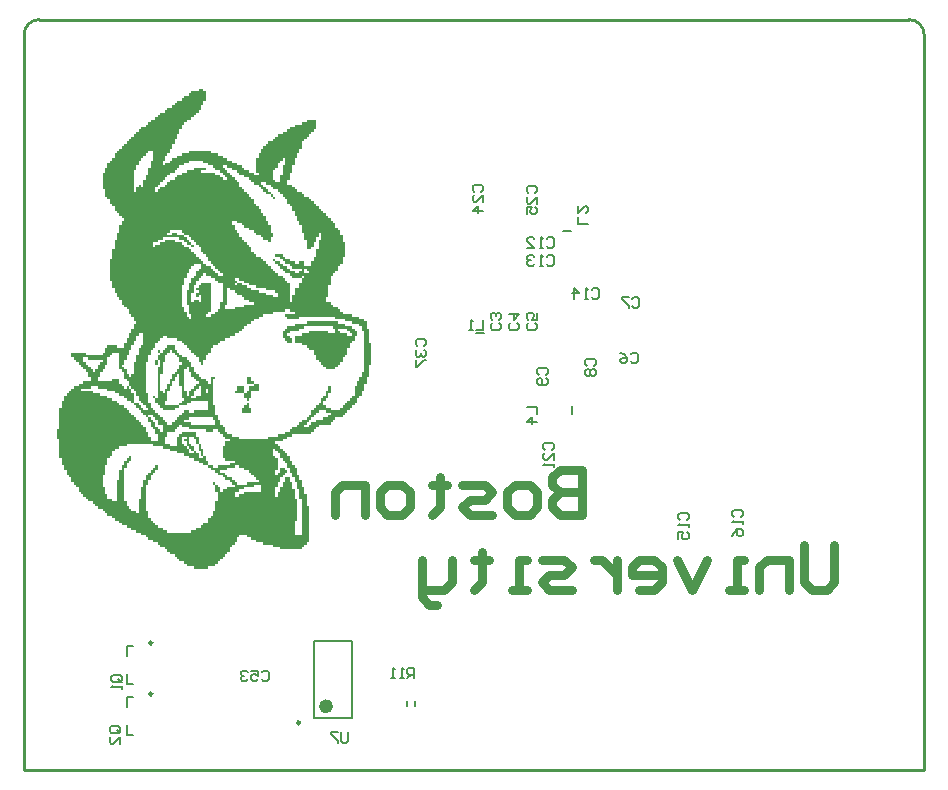
<source format=gbo>
%FSLAX44Y44*%
%MOMM*%
G71*
G01*
G75*
G04 Layer_Color=32896*
%ADD10R,1.8034X1.1176*%
%ADD11R,5.3000X5.3000*%
%ADD12O,1.6500X0.2700*%
%ADD13O,0.2700X1.6500*%
%ADD14R,1.2700X1.2700*%
%ADD15R,0.7000X0.9000*%
%ADD16R,0.8000X0.9000*%
%ADD17R,0.9000X0.8000*%
%ADD18R,2.5400X1.6510*%
G04:AMPARAMS|DCode=19|XSize=1.651mm|YSize=2.54mm|CornerRadius=0.4128mm|HoleSize=0mm|Usage=FLASHONLY|Rotation=270.000|XOffset=0mm|YOffset=0mm|HoleType=Round|Shape=RoundedRectangle|*
%AMROUNDEDRECTD19*
21,1,1.6510,1.7145,0,0,270.0*
21,1,0.8255,2.5400,0,0,270.0*
1,1,0.8255,-0.8572,-0.4128*
1,1,0.8255,-0.8572,0.4128*
1,1,0.8255,0.8572,0.4128*
1,1,0.8255,0.8572,-0.4128*
%
%ADD19ROUNDEDRECTD19*%
%ADD20R,0.9000X0.7000*%
%ADD21R,1.7000X1.1000*%
%ADD22R,1.0000X2.7000*%
%ADD23R,3.2000X2.7000*%
%ADD24R,0.6096X0.5588*%
%ADD25R,2.6924X1.1176*%
%ADD26R,0.5588X0.6096*%
%ADD27R,2.0000X6.0000*%
%ADD28R,1.4000X1.1000*%
%ADD29R,1.1000X1.7000*%
%ADD30R,1.1000X1.4000*%
G04:AMPARAMS|DCode=31|XSize=1mm|YSize=1.55mm|CornerRadius=0.25mm|HoleSize=0mm|Usage=FLASHONLY|Rotation=270.000|XOffset=0mm|YOffset=0mm|HoleType=Round|Shape=RoundedRectangle|*
%AMROUNDEDRECTD31*
21,1,1.0000,1.0500,0,0,270.0*
21,1,0.5000,1.5500,0,0,270.0*
1,1,0.5000,-0.5250,-0.2500*
1,1,0.5000,-0.5250,0.2500*
1,1,0.5000,0.5250,0.2500*
1,1,0.5000,0.5250,-0.2500*
%
%ADD31ROUNDEDRECTD31*%
%ADD32R,1.5500X1.0000*%
%ADD33R,3.3000X1.8000*%
%ADD34R,1.0000X1.5000*%
G04:AMPARAMS|DCode=35|XSize=1mm|YSize=1.5mm|CornerRadius=0.25mm|HoleSize=0mm|Usage=FLASHONLY|Rotation=180.000|XOffset=0mm|YOffset=0mm|HoleType=Round|Shape=RoundedRectangle|*
%AMROUNDEDRECTD35*
21,1,1.0000,1.0000,0,0,180.0*
21,1,0.5000,1.5000,0,0,180.0*
1,1,0.5000,-0.2500,0.5000*
1,1,0.5000,0.2500,0.5000*
1,1,0.5000,0.2500,-0.5000*
1,1,0.5000,-0.2500,-0.5000*
%
%ADD35ROUNDEDRECTD35*%
%ADD36R,2.3876X3.0988*%
%ADD37R,1.9812X0.4608*%
%ADD38R,0.6000X0.8500*%
%ADD39C,0.2032*%
%ADD40C,0.3048*%
%ADD41C,1.2700*%
%ADD42C,0.4064*%
%ADD43C,0.4277*%
%ADD44C,0.3999*%
%ADD45C,0.4572*%
%ADD46C,0.7620*%
%ADD47C,0.6350*%
%ADD48C,0.2540*%
%ADD49R,6.8580X10.1600*%
%ADD50R,8.8900X8.8900*%
%ADD51R,12.7000X8.8900*%
%ADD52R,1.5240X1.5240*%
%ADD53C,1.5240*%
%ADD54C,1.8000*%
%ADD55C,1.7272*%
%ADD56C,2.4000*%
%ADD57C,1.5000*%
%ADD58R,1.5000X1.5000*%
%ADD59R,1.5000X1.5000*%
%ADD60C,0.6096*%
%ADD61C,0.6350*%
%ADD62C,0.6600*%
%ADD63C,1.0160*%
%ADD64C,1.0160*%
%ADD65C,0.3810*%
%ADD66R,4.5720X4.4450*%
%ADD67R,6.9850X1.7780*%
%ADD68C,2.0320*%
G04:AMPARAMS|DCode=69|XSize=2.524mm|YSize=2.524mm|CornerRadius=0mm|HoleSize=0mm|Usage=FLASHONLY|Rotation=0.000|XOffset=0mm|YOffset=0mm|HoleType=Round|Shape=Relief|Width=0.254mm|Gap=0.254mm|Entries=4|*
%AMTHD69*
7,0,0,2.5240,2.0160,0.2540,45*
%
%ADD69THD69*%
%ADD70C,2.0160*%
%ADD71C,2.0828*%
%ADD72C,2.8160*%
%ADD73C,1.9160*%
G04:AMPARAMS|DCode=74|XSize=2.424mm|YSize=2.424mm|CornerRadius=0mm|HoleSize=0mm|Usage=FLASHONLY|Rotation=0.000|XOffset=0mm|YOffset=0mm|HoleType=Round|Shape=Relief|Width=0.254mm|Gap=0.254mm|Entries=4|*
%AMTHD74*
7,0,0,2.4240,1.9160,0.2540,45*
%
%ADD74THD74*%
%ADD75C,1.3208*%
%ADD76C,1.3970*%
%ADD77C,1.3460*%
%ADD78R,4.4450X4.4450*%
G04:AMPARAMS|DCode=79|XSize=2.54mm|YSize=2.54mm|CornerRadius=0mm|HoleSize=0mm|Usage=FLASHONLY|Rotation=0.000|XOffset=0mm|YOffset=0mm|HoleType=Round|Shape=Relief|Width=0.254mm|Gap=0.254mm|Entries=4|*
%AMTHD79*
7,0,0,2.5400,2.0320,0.2540,45*
%
%ADD79THD79*%
G04:AMPARAMS|DCode=80|XSize=3.324mm|YSize=3.324mm|CornerRadius=0mm|HoleSize=0mm|Usage=FLASHONLY|Rotation=0.000|XOffset=0mm|YOffset=0mm|HoleType=Round|Shape=Relief|Width=0.254mm|Gap=0.254mm|Entries=4|*
%AMTHD80*
7,0,0,3.3240,2.8160,0.2540,45*
%
%ADD80THD80*%
%ADD81R,1.8000X0.7000*%
G04:AMPARAMS|DCode=82|XSize=0.7mm|YSize=1.8mm|CornerRadius=0.175mm|HoleSize=0mm|Usage=FLASHONLY|Rotation=90.000|XOffset=0mm|YOffset=0mm|HoleType=Round|Shape=RoundedRectangle|*
%AMROUNDEDRECTD82*
21,1,0.7000,1.4500,0,0,90.0*
21,1,0.3500,1.8000,0,0,90.0*
1,1,0.3500,0.7250,0.1750*
1,1,0.3500,0.7250,-0.1750*
1,1,0.3500,-0.7250,-0.1750*
1,1,0.3500,-0.7250,0.1750*
%
%ADD82ROUNDEDRECTD82*%
%ADD83O,1.8500X0.3500*%
%ADD84C,0.6000*%
%ADD85C,0.2500*%
%ADD86C,0.1524*%
%ADD87C,0.1270*%
%ADD88C,0.2000*%
%ADD89C,0.1778*%
%ADD90R,8.1280X3.3020*%
%ADD91R,1.9558X1.2700*%
%ADD92R,5.4524X5.4524*%
%ADD93O,1.8024X0.4224*%
%ADD94O,0.4224X1.8024*%
%ADD95R,1.4224X1.4224*%
%ADD96R,0.8524X1.0524*%
%ADD97R,0.9524X1.0524*%
%ADD98R,1.0524X0.9524*%
%ADD99R,2.6924X1.8034*%
G04:AMPARAMS|DCode=100|XSize=1.8034mm|YSize=2.6924mm|CornerRadius=0.4508mm|HoleSize=0mm|Usage=FLASHONLY|Rotation=270.000|XOffset=0mm|YOffset=0mm|HoleType=Round|Shape=RoundedRectangle|*
%AMROUNDEDRECTD100*
21,1,1.8034,1.7907,0,0,270.0*
21,1,0.9017,2.6924,0,0,270.0*
1,1,0.9017,-0.8953,-0.4508*
1,1,0.9017,-0.8953,0.4508*
1,1,0.9017,0.8953,0.4508*
1,1,0.9017,0.8953,-0.4508*
%
%ADD100ROUNDEDRECTD100*%
%ADD101R,1.0524X0.8524*%
%ADD102R,1.8524X1.2524*%
%ADD103R,1.1524X2.8524*%
%ADD104R,3.3524X2.8524*%
%ADD105R,0.7620X0.7112*%
%ADD106R,2.8448X1.2700*%
%ADD107R,0.7112X0.7620*%
%ADD108R,2.1524X6.1524*%
%ADD109R,1.5524X1.2524*%
%ADD110R,1.2524X1.8524*%
%ADD111R,1.2524X1.5524*%
G04:AMPARAMS|DCode=112|XSize=1.1524mm|YSize=1.7024mm|CornerRadius=0.2881mm|HoleSize=0mm|Usage=FLASHONLY|Rotation=270.000|XOffset=0mm|YOffset=0mm|HoleType=Round|Shape=RoundedRectangle|*
%AMROUNDEDRECTD112*
21,1,1.1524,1.1262,0,0,270.0*
21,1,0.5762,1.7024,0,0,270.0*
1,1,0.5762,-0.5631,-0.2881*
1,1,0.5762,-0.5631,0.2881*
1,1,0.5762,0.5631,0.2881*
1,1,0.5762,0.5631,-0.2881*
%
%ADD112ROUNDEDRECTD112*%
%ADD113R,1.7024X1.1524*%
%ADD114R,3.4524X1.9524*%
%ADD115R,1.1524X1.6524*%
G04:AMPARAMS|DCode=116|XSize=1.1524mm|YSize=1.6524mm|CornerRadius=0.2881mm|HoleSize=0mm|Usage=FLASHONLY|Rotation=180.000|XOffset=0mm|YOffset=0mm|HoleType=Round|Shape=RoundedRectangle|*
%AMROUNDEDRECTD116*
21,1,1.1524,1.0762,0,0,180.0*
21,1,0.5762,1.6524,0,0,180.0*
1,1,0.5762,-0.2881,0.5381*
1,1,0.5762,0.2881,0.5381*
1,1,0.5762,0.2881,-0.5381*
1,1,0.5762,-0.2881,-0.5381*
%
%ADD116ROUNDEDRECTD116*%
%ADD117R,2.5400X3.2512*%
%ADD118R,2.1336X0.6132*%
%ADD119R,0.7524X1.0024*%
%ADD120R,1.6764X1.6764*%
%ADD121C,1.6764*%
%ADD122C,1.9524*%
%ADD123C,1.8796*%
%ADD124C,2.5524*%
%ADD125C,1.6524*%
%ADD126R,1.6524X1.6524*%
%ADD127R,1.6524X1.6524*%
%ADD128C,0.7620*%
%ADD129C,0.7874*%
%ADD130C,1.1684*%
%ADD131R,1.9524X0.8524*%
G04:AMPARAMS|DCode=132|XSize=0.8524mm|YSize=1.9524mm|CornerRadius=0.2131mm|HoleSize=0mm|Usage=FLASHONLY|Rotation=90.000|XOffset=0mm|YOffset=0mm|HoleType=Round|Shape=RoundedRectangle|*
%AMROUNDEDRECTD132*
21,1,0.8524,1.5262,0,0,90.0*
21,1,0.4262,1.9524,0,0,90.0*
1,1,0.4262,0.7631,0.2131*
1,1,0.4262,0.7631,-0.2131*
1,1,0.4262,-0.7631,-0.2131*
1,1,0.4262,-0.7631,0.2131*
%
%ADD132ROUNDEDRECTD132*%
%ADD133O,2.0024X0.5024*%
%ADD134C,0.8124*%
G36*
X342392Y770128D02*
X344424D01*
Y762000D01*
X342392D01*
Y757936D01*
X340360D01*
Y753872D01*
X338328D01*
Y751840D01*
X336296D01*
Y749808D01*
X334264D01*
Y747776D01*
X332232D01*
Y745744D01*
X328168D01*
Y743712D01*
X326136D01*
Y741680D01*
X324104D01*
Y737616D01*
X322072D01*
Y733552D01*
X320040D01*
Y729488D01*
X318008D01*
Y725424D01*
X315976D01*
Y721360D01*
X313944D01*
Y717296D01*
X311912D01*
Y715264D01*
X309880D01*
Y711200D01*
X307848D01*
Y707136D01*
X309880D01*
Y709168D01*
X313944D01*
Y711200D01*
X315976D01*
Y713232D01*
X320040D01*
Y715264D01*
X324104D01*
Y717296D01*
X330200D01*
Y719328D01*
X348488D01*
Y717296D01*
X354584D01*
Y715264D01*
X358648D01*
Y713232D01*
X362712D01*
Y711200D01*
X366776D01*
Y709168D01*
X370840D01*
Y707136D01*
X374904D01*
Y705104D01*
X376936D01*
Y703072D01*
X381000D01*
Y701040D01*
X385064D01*
Y699008D01*
X389128D01*
Y701040D01*
X387096D01*
Y713232D01*
X389128D01*
Y717296D01*
X391160D01*
Y721360D01*
X393192D01*
Y723392D01*
X395224D01*
Y725424D01*
X397256D01*
Y727456D01*
X401320D01*
Y729488D01*
X403352D01*
Y731520D01*
X405384D01*
Y733552D01*
X409448D01*
Y735584D01*
X413512D01*
Y737616D01*
X415544D01*
Y739648D01*
X419608D01*
Y741680D01*
X425704D01*
Y743712D01*
X429768D01*
Y745744D01*
X437896D01*
Y737616D01*
X435864D01*
Y735584D01*
X433832D01*
Y733552D01*
X431800D01*
Y731520D01*
X429768D01*
Y729488D01*
X427736D01*
Y727456D01*
X425704D01*
Y721360D01*
X423672D01*
Y717296D01*
X421640D01*
Y713232D01*
X419608D01*
Y707136D01*
X417576D01*
Y701040D01*
X415544D01*
Y694944D01*
X413512D01*
Y690880D01*
X417576D01*
Y688848D01*
X419608D01*
Y686816D01*
X421640D01*
Y684784D01*
X425704D01*
Y682752D01*
X427736D01*
Y680720D01*
X431800D01*
Y678688D01*
X433832D01*
Y676656D01*
X435864D01*
Y674624D01*
X437896D01*
Y672592D01*
X439928D01*
Y670560D01*
X441960D01*
Y668528D01*
X443992D01*
Y666496D01*
X446024D01*
Y664464D01*
X448056D01*
Y662432D01*
X450088D01*
Y660400D01*
X452120D01*
Y658368D01*
X454152D01*
Y654304D01*
X456184D01*
Y652272D01*
X458216D01*
Y648208D01*
X460248D01*
Y642112D01*
X462280D01*
Y629920D01*
X460248D01*
Y623824D01*
X458216D01*
Y621792D01*
X456184D01*
Y617728D01*
X454152D01*
Y615696D01*
X452120D01*
Y613664D01*
X450088D01*
Y605536D01*
X448056D01*
Y595376D01*
X446024D01*
Y591312D01*
X450088D01*
Y589280D01*
X452120D01*
Y587248D01*
X456184D01*
Y585216D01*
X458216D01*
Y583184D01*
X460248D01*
Y581152D01*
X468376D01*
Y579120D01*
X474472D01*
Y577088D01*
X478536D01*
Y575056D01*
X480568D01*
Y568960D01*
X482600D01*
Y556768D01*
X484632D01*
Y538480D01*
X482600D01*
Y528320D01*
X480568D01*
Y522224D01*
X478536D01*
Y516128D01*
X476504D01*
Y512064D01*
X474472D01*
Y510032D01*
X472440D01*
Y505968D01*
X470408D01*
Y503936D01*
X468376D01*
Y501904D01*
X466344D01*
Y499872D01*
X464312D01*
Y497840D01*
X462280D01*
Y495808D01*
X460248D01*
Y493776D01*
X454152D01*
Y491744D01*
X452120D01*
Y489712D01*
X450088D01*
Y487680D01*
X439928D01*
Y485648D01*
X437896D01*
Y483616D01*
X435864D01*
Y481584D01*
X433832D01*
Y479552D01*
X417576D01*
Y477520D01*
X413512D01*
Y475488D01*
X409448D01*
Y473456D01*
X403352D01*
Y471424D01*
X405384D01*
Y469392D01*
X407416D01*
Y467360D01*
X409448D01*
Y465328D01*
X411480D01*
Y463296D01*
X413512D01*
Y461264D01*
X415544D01*
Y457200D01*
X417576D01*
Y453136D01*
X419608D01*
Y451104D01*
X421640D01*
Y445008D01*
X423672D01*
Y440944D01*
X425704D01*
Y434848D01*
X427736D01*
Y428752D01*
X429768D01*
Y418592D01*
X431800D01*
Y388112D01*
X429768D01*
Y386080D01*
X427736D01*
Y384048D01*
X425704D01*
Y382016D01*
X407416D01*
Y384048D01*
X401320D01*
Y386080D01*
X393192D01*
Y388112D01*
X387096D01*
Y390144D01*
X383032D01*
Y392176D01*
X378968D01*
Y394208D01*
X372872D01*
Y392176D01*
X370840D01*
Y388112D01*
X368808D01*
Y386080D01*
X366776D01*
Y384048D01*
X364744D01*
Y379984D01*
X362712D01*
Y377952D01*
X360680D01*
Y375920D01*
X358648D01*
Y373888D01*
X356616D01*
Y371856D01*
X354584D01*
Y369824D01*
X352552D01*
Y367792D01*
X346456D01*
Y365760D01*
X334264D01*
Y367792D01*
X328168D01*
Y369824D01*
X326136D01*
Y371856D01*
X322072D01*
Y373888D01*
X320040D01*
Y375920D01*
X318008D01*
Y377952D01*
X313944D01*
Y379984D01*
X311912D01*
Y382016D01*
X309880D01*
Y384048D01*
X305816D01*
Y386080D01*
X303784D01*
Y388112D01*
X299720D01*
Y390144D01*
X295656D01*
Y392176D01*
X293624D01*
Y394208D01*
X289560D01*
Y396240D01*
X285496D01*
Y398272D01*
X281432D01*
Y400304D01*
X277368D01*
Y402336D01*
X273304D01*
Y404368D01*
X271272D01*
Y406400D01*
X267208D01*
Y408432D01*
X265176D01*
Y410464D01*
X261112D01*
Y412496D01*
X259080D01*
Y414528D01*
X257048D01*
Y416560D01*
X252984D01*
Y418592D01*
X250952D01*
Y420624D01*
X248920D01*
Y422656D01*
X244856D01*
Y424688D01*
X242824D01*
Y426720D01*
X240792D01*
Y428752D01*
X238760D01*
Y430784D01*
X236728D01*
Y434848D01*
X234696D01*
Y436880D01*
X232664D01*
Y438912D01*
X230632D01*
Y442976D01*
X228600D01*
Y445008D01*
X226568D01*
Y449072D01*
X224536D01*
Y453136D01*
X222504D01*
Y459232D01*
X220472D01*
Y475488D01*
X218440D01*
Y483616D01*
X220472D01*
Y501904D01*
X222504D01*
Y508000D01*
X224536D01*
Y512064D01*
X226568D01*
Y514096D01*
X228600D01*
Y516128D01*
X230632D01*
Y518160D01*
X232664D01*
Y520192D01*
X236728D01*
Y522224D01*
X240792D01*
Y524256D01*
X246888D01*
Y528320D01*
X244856D01*
Y532384D01*
X242824D01*
Y534416D01*
X240792D01*
Y536448D01*
X238760D01*
Y538480D01*
X236728D01*
Y540512D01*
X234696D01*
Y542544D01*
X232664D01*
Y544576D01*
X230632D01*
Y548640D01*
X242824D01*
Y546608D01*
X257048D01*
Y548640D01*
X259080D01*
Y552704D01*
X261112D01*
Y554736D01*
X269240D01*
Y552704D01*
X275336D01*
Y556768D01*
X277368D01*
Y560832D01*
X279400D01*
Y564896D01*
X281432D01*
Y568960D01*
X283464D01*
Y573024D01*
X285496D01*
Y575056D01*
X283464D01*
Y579120D01*
X281432D01*
Y581152D01*
X279400D01*
Y585216D01*
X277368D01*
Y587248D01*
X275336D01*
Y589280D01*
X273304D01*
Y593344D01*
X271272D01*
Y595376D01*
X269240D01*
Y599440D01*
X267208D01*
Y603504D01*
X265176D01*
Y609600D01*
X263144D01*
Y627888D01*
X265176D01*
Y636016D01*
X267208D01*
Y644144D01*
X269240D01*
Y650240D01*
X271272D01*
Y656336D01*
X273304D01*
Y660400D01*
X275336D01*
Y662432D01*
X273304D01*
Y664464D01*
X271272D01*
Y666496D01*
X269240D01*
Y668528D01*
X267208D01*
Y672592D01*
X265176D01*
Y674624D01*
X263144D01*
Y678688D01*
X261112D01*
Y680720D01*
X259080D01*
Y686816D01*
X257048D01*
Y701040D01*
X259080D01*
Y705104D01*
X261112D01*
Y709168D01*
X263144D01*
Y711200D01*
X265176D01*
Y713232D01*
X267208D01*
Y717296D01*
X269240D01*
Y719328D01*
X271272D01*
Y721360D01*
X273304D01*
Y723392D01*
X275336D01*
Y725424D01*
X277368D01*
Y727456D01*
X279400D01*
Y729488D01*
X281432D01*
Y731520D01*
X283464D01*
Y733552D01*
X285496D01*
Y735584D01*
X287528D01*
Y737616D01*
X289560D01*
Y739648D01*
X293624D01*
Y741680D01*
X295656D01*
Y743712D01*
X297688D01*
Y745744D01*
X301752D01*
Y747776D01*
X303784D01*
Y749808D01*
X305816D01*
Y751840D01*
X309880D01*
Y753872D01*
X311912D01*
Y755904D01*
X315976D01*
Y757936D01*
X318008D01*
Y759968D01*
X320040D01*
Y762000D01*
X324104D01*
Y764032D01*
X326136D01*
Y766064D01*
X330200D01*
Y768096D01*
X332232D01*
Y770128D01*
X338328D01*
Y772160D01*
X342392D01*
Y770128D01*
D02*
G37*
%LPC*%
G36*
X340360Y520192D02*
X338328D01*
Y518160D01*
X336296D01*
Y516128D01*
X334264D01*
Y514096D01*
Y512064D01*
X332232D01*
Y510032D01*
X336296D01*
Y512064D01*
X340360D01*
Y514096D01*
Y516128D01*
Y518160D01*
Y520192D01*
D02*
G37*
G36*
X271272Y548640D02*
X265176D01*
Y546608D01*
X263144D01*
Y544576D01*
X261112D01*
Y542544D01*
Y540512D01*
Y538480D01*
X259080D01*
Y536448D01*
Y534416D01*
X257048D01*
Y532384D01*
X255016D01*
Y530352D01*
Y528320D01*
X252984D01*
Y526288D01*
Y524256D01*
X265176D01*
Y526288D01*
X271272D01*
Y524256D01*
Y522224D01*
X273304D01*
Y520192D01*
X275336D01*
Y518160D01*
X277368D01*
Y520192D01*
X279400D01*
Y518160D01*
X281432D01*
Y516128D01*
Y514096D01*
X283464D01*
Y512064D01*
Y510032D01*
Y508000D01*
Y505968D01*
X287528D01*
Y503936D01*
X289560D01*
Y501904D01*
X291592D01*
Y499872D01*
X295656D01*
Y501904D01*
X293624D01*
Y503936D01*
X291592D01*
Y505968D01*
X289560D01*
Y508000D01*
X287528D01*
Y510032D01*
Y512064D01*
X285496D01*
Y514096D01*
Y516128D01*
X283464D01*
Y518160D01*
X281432D01*
Y520192D01*
X279400D01*
Y522224D01*
Y524256D01*
X277368D01*
Y526288D01*
X275336D01*
Y528320D01*
Y530352D01*
Y532384D01*
X273304D01*
Y534416D01*
X271272D01*
Y536448D01*
Y538480D01*
Y540512D01*
Y542544D01*
Y544576D01*
Y546608D01*
Y548640D01*
D02*
G37*
G36*
X446024Y499872D02*
X439928D01*
Y497840D01*
X437896D01*
Y495808D01*
X435864D01*
Y493776D01*
X433832D01*
Y491744D01*
X431800D01*
Y489712D01*
X429768D01*
Y487680D01*
X427736D01*
Y485648D01*
X431800D01*
Y487680D01*
X433832D01*
Y489712D01*
X437896D01*
Y491744D01*
X443992D01*
Y493776D01*
X448056D01*
Y495808D01*
X450088D01*
Y497840D01*
X446024D01*
Y499872D01*
D02*
G37*
G36*
X350520Y493776D02*
X330200D01*
Y491744D01*
X326136D01*
Y489712D01*
X332232D01*
Y487680D01*
X352552D01*
Y489712D01*
Y491744D01*
X350520D01*
Y493776D01*
D02*
G37*
G36*
X346456Y518160D02*
X344424D01*
Y516128D01*
Y514096D01*
X346456D01*
Y516128D01*
Y518160D01*
D02*
G37*
G36*
X291592Y564896D02*
X287528D01*
Y562864D01*
X285496D01*
Y560832D01*
Y558800D01*
X283464D01*
Y556768D01*
Y554736D01*
X281432D01*
Y552704D01*
Y550672D01*
X279400D01*
Y548640D01*
Y546608D01*
X277368D01*
Y544576D01*
Y542544D01*
X275336D01*
Y540512D01*
Y538480D01*
X273304D01*
Y536448D01*
X275336D01*
Y534416D01*
X277368D01*
Y532384D01*
Y530352D01*
X279400D01*
Y528320D01*
X281432D01*
Y530352D01*
X283464D01*
Y532384D01*
Y534416D01*
Y536448D01*
Y538480D01*
Y540512D01*
X285496D01*
Y542544D01*
Y544576D01*
Y546608D01*
X287528D01*
Y548640D01*
Y550672D01*
Y552704D01*
X289560D01*
Y554736D01*
X291592D01*
Y556768D01*
Y558800D01*
Y560832D01*
Y562864D01*
Y564896D01*
D02*
G37*
G36*
X330200Y536448D02*
X328168D01*
Y534416D01*
X326136D01*
Y532384D01*
Y530352D01*
Y528320D01*
Y526288D01*
Y524256D01*
Y522224D01*
Y520192D01*
Y518160D01*
Y516128D01*
X328168D01*
Y514096D01*
Y512064D01*
X330200D01*
Y514096D01*
Y516128D01*
X332232D01*
Y518160D01*
X334264D01*
Y520192D01*
X336296D01*
Y522224D01*
X338328D01*
Y524256D01*
X336296D01*
Y526288D01*
X334264D01*
Y528320D01*
X332232D01*
Y530352D01*
Y532384D01*
X330200D01*
Y534416D01*
Y536448D01*
D02*
G37*
G36*
X315976Y550672D02*
X313944D01*
Y548640D01*
X311912D01*
Y546608D01*
X309880D01*
Y544576D01*
Y542544D01*
Y540512D01*
X307848D01*
Y538480D01*
Y536448D01*
Y534416D01*
Y532384D01*
Y530352D01*
X305816D01*
Y528320D01*
Y526288D01*
Y524256D01*
Y522224D01*
Y520192D01*
Y518160D01*
Y516128D01*
X307848D01*
Y514096D01*
X309880D01*
Y516128D01*
Y518160D01*
X311912D01*
Y520192D01*
Y522224D01*
X313944D01*
Y524256D01*
Y526288D01*
X315976D01*
Y528320D01*
Y530352D01*
X318008D01*
Y532384D01*
X320040D01*
Y534416D01*
X322072D01*
Y536448D01*
Y538480D01*
X324104D01*
Y540512D01*
X322072D01*
Y542544D01*
Y544576D01*
X320040D01*
Y546608D01*
X318008D01*
Y548640D01*
X315976D01*
Y550672D01*
D02*
G37*
G36*
X299720Y471424D02*
X277368D01*
Y469392D01*
X271272D01*
Y467360D01*
X267208D01*
Y465328D01*
X265176D01*
Y463296D01*
Y461264D01*
X263144D01*
Y459232D01*
X261112D01*
Y457200D01*
Y455168D01*
Y453136D01*
X259080D01*
Y451104D01*
Y449072D01*
Y447040D01*
Y445008D01*
X257048D01*
Y442976D01*
Y440944D01*
Y438912D01*
Y436880D01*
Y434848D01*
X259080D01*
Y432816D01*
Y430784D01*
Y428752D01*
X261112D01*
Y426720D01*
Y424688D01*
X265176D01*
Y422656D01*
X269240D01*
Y424688D01*
Y426720D01*
Y428752D01*
Y430784D01*
Y432816D01*
Y434848D01*
Y436880D01*
Y438912D01*
Y440944D01*
X271272D01*
Y442976D01*
Y445008D01*
Y447040D01*
Y449072D01*
X273304D01*
Y451104D01*
Y453136D01*
X275336D01*
Y455168D01*
Y457200D01*
X277368D01*
Y459232D01*
X279400D01*
Y461264D01*
X281432D01*
Y459232D01*
Y457200D01*
X279400D01*
Y455168D01*
X277368D01*
Y453136D01*
Y451104D01*
X275336D01*
Y449072D01*
Y447040D01*
Y445008D01*
Y442976D01*
Y440944D01*
Y438912D01*
Y436880D01*
Y434848D01*
Y432816D01*
Y430784D01*
Y428752D01*
Y426720D01*
Y424688D01*
Y422656D01*
X277368D01*
Y420624D01*
Y418592D01*
X279400D01*
Y416560D01*
X281432D01*
Y414528D01*
X285496D01*
Y412496D01*
X287528D01*
Y414528D01*
Y416560D01*
Y418592D01*
Y420624D01*
Y422656D01*
Y424688D01*
X289560D01*
Y426720D01*
Y428752D01*
Y430784D01*
Y432816D01*
Y434848D01*
X291592D01*
Y436880D01*
Y438912D01*
Y440944D01*
X293624D01*
Y442976D01*
Y445008D01*
X295656D01*
Y447040D01*
X297688D01*
Y449072D01*
X299720D01*
Y451104D01*
X301752D01*
Y453136D01*
X303784D01*
Y451104D01*
Y449072D01*
X301752D01*
Y447040D01*
X299720D01*
Y445008D01*
X297688D01*
Y442976D01*
Y440944D01*
X295656D01*
Y438912D01*
Y436880D01*
X293624D01*
Y434848D01*
Y432816D01*
Y430784D01*
Y428752D01*
Y426720D01*
Y424688D01*
Y422656D01*
Y420624D01*
Y418592D01*
Y416560D01*
Y414528D01*
X295656D01*
Y412496D01*
Y410464D01*
Y408432D01*
X297688D01*
Y406400D01*
X299720D01*
Y404368D01*
X301752D01*
Y402336D01*
X303784D01*
Y400304D01*
X307848D01*
Y398272D01*
X311912D01*
Y396240D01*
X332232D01*
Y398272D01*
X336296D01*
Y400304D01*
X340360D01*
Y402336D01*
X342392D01*
Y404368D01*
X346456D01*
Y406400D01*
Y408432D01*
X348488D01*
Y410464D01*
X350520D01*
Y412496D01*
Y414528D01*
X352552D01*
Y416560D01*
Y418592D01*
Y420624D01*
Y422656D01*
X354584D01*
Y424688D01*
Y426720D01*
Y428752D01*
Y430784D01*
X352552D01*
Y432816D01*
Y434848D01*
Y436880D01*
X350520D01*
Y438912D01*
X352552D01*
Y436880D01*
X354584D01*
Y434848D01*
X356616D01*
Y432816D01*
Y430784D01*
X358648D01*
Y432816D01*
X362712D01*
Y434848D01*
X368808D01*
Y436880D01*
X366776D01*
Y438912D01*
X364744D01*
Y440944D01*
X360680D01*
Y442976D01*
X358648D01*
Y445008D01*
X354584D01*
Y447040D01*
X352552D01*
Y449072D01*
X348488D01*
Y451104D01*
X346456D01*
Y453136D01*
X342392D01*
Y455168D01*
X338328D01*
Y457200D01*
X334264D01*
Y459232D01*
X330200D01*
Y461264D01*
X326136D01*
Y463296D01*
X320040D01*
Y465328D01*
X313944D01*
Y467360D01*
X307848D01*
Y469392D01*
X299720D01*
Y471424D01*
D02*
G37*
G36*
X372872Y453136D02*
X368808D01*
Y451104D01*
X362712D01*
Y449072D01*
X356616D01*
Y447040D01*
X360680D01*
Y445008D01*
X362712D01*
Y442976D01*
X366776D01*
Y440944D01*
X368808D01*
Y438912D01*
X370840D01*
Y436880D01*
X378968D01*
Y438912D01*
X389128D01*
Y440944D01*
X387096D01*
Y442976D01*
X385064D01*
Y445008D01*
X383032D01*
Y447040D01*
X381000D01*
Y449072D01*
X376936D01*
Y451104D01*
X372872D01*
Y453136D01*
D02*
G37*
G36*
X403352Y467360D02*
X401320D01*
Y465328D01*
Y463296D01*
Y461264D01*
X403352D01*
Y459232D01*
X405384D01*
Y457200D01*
Y455168D01*
Y453136D01*
Y451104D01*
Y449072D01*
X403352D01*
Y447040D01*
Y445008D01*
X405384D01*
Y447040D01*
X407416D01*
Y449072D01*
Y451104D01*
X411480D01*
Y449072D01*
X413512D01*
Y447040D01*
X411480D01*
Y445008D01*
X409448D01*
Y442976D01*
X407416D01*
Y440944D01*
Y438912D01*
X405384D01*
Y436880D01*
Y434848D01*
X403352D01*
Y432816D01*
Y430784D01*
Y428752D01*
Y426720D01*
X405384D01*
Y428752D01*
Y430784D01*
X407416D01*
Y432816D01*
Y434848D01*
X409448D01*
Y436880D01*
Y438912D01*
X411480D01*
Y440944D01*
Y442976D01*
X415544D01*
Y440944D01*
Y438912D01*
X417576D01*
Y436880D01*
Y434848D01*
Y432816D01*
X419608D01*
Y430784D01*
Y428752D01*
Y426720D01*
Y424688D01*
X421640D01*
Y422656D01*
Y420624D01*
Y418592D01*
Y416560D01*
Y414528D01*
Y412496D01*
Y410464D01*
Y408432D01*
Y406400D01*
X419608D01*
Y404368D01*
Y402336D01*
Y400304D01*
Y398272D01*
Y396240D01*
Y394208D01*
X425704D01*
Y396240D01*
Y398272D01*
Y400304D01*
Y402336D01*
Y404368D01*
Y406400D01*
Y408432D01*
Y410464D01*
Y412496D01*
Y414528D01*
Y416560D01*
Y418592D01*
Y420624D01*
Y422656D01*
Y424688D01*
X423672D01*
Y426720D01*
Y428752D01*
Y430784D01*
Y432816D01*
X421640D01*
Y434848D01*
Y436880D01*
Y438912D01*
X419608D01*
Y440944D01*
Y442976D01*
X417576D01*
Y445008D01*
Y447040D01*
X415544D01*
Y449072D01*
Y451104D01*
X413512D01*
Y453136D01*
Y455168D01*
X411480D01*
Y457200D01*
X409448D01*
Y459232D01*
X407416D01*
Y461264D01*
Y463296D01*
X405384D01*
Y465328D01*
X403352D01*
Y467360D01*
D02*
G37*
G36*
X391160Y436880D02*
X385064D01*
Y434848D01*
X376936D01*
Y432816D01*
X372872D01*
Y430784D01*
X368808D01*
Y428752D01*
Y426720D01*
X372872D01*
Y428752D01*
X376936D01*
Y430784D01*
X391160D01*
Y432816D01*
Y434848D01*
Y436880D01*
D02*
G37*
G36*
X324104Y487680D02*
X322072D01*
Y485648D01*
X320040D01*
Y483616D01*
X318008D01*
Y481584D01*
X311912D01*
Y479552D01*
Y477520D01*
X309880D01*
Y475488D01*
Y473456D01*
Y471424D01*
X313944D01*
Y469392D01*
X320040D01*
Y471424D01*
Y473456D01*
Y475488D01*
Y477520D01*
X322072D01*
Y479552D01*
X324104D01*
Y481584D01*
X336296D01*
Y479552D01*
Y477520D01*
X338328D01*
Y475488D01*
Y473456D01*
Y471424D01*
X340360D01*
Y469392D01*
Y467360D01*
X342392D01*
Y465328D01*
Y463296D01*
Y461264D01*
X344424D01*
Y459232D01*
Y457200D01*
X346456D01*
Y455168D01*
Y453136D01*
X350520D01*
Y451104D01*
X354584D01*
Y453136D01*
X364744D01*
Y455168D01*
X368808D01*
Y457200D01*
X360680D01*
Y459232D01*
X358648D01*
Y461264D01*
Y463296D01*
Y465328D01*
Y467360D01*
Y469392D01*
X360680D01*
Y471424D01*
Y473456D01*
X364744D01*
Y475488D01*
X360680D01*
Y477520D01*
X358648D01*
Y479552D01*
X356616D01*
Y481584D01*
X354584D01*
Y483616D01*
X350520D01*
Y481584D01*
X344424D01*
Y483616D01*
X330200D01*
Y485648D01*
X324104D01*
Y487680D01*
D02*
G37*
G36*
X252984Y520192D02*
X246888D01*
Y518160D01*
X238760D01*
Y516128D01*
X248920D01*
Y514096D01*
X255016D01*
Y512064D01*
X261112D01*
Y510032D01*
X265176D01*
Y508000D01*
X269240D01*
Y505968D01*
X271272D01*
Y503936D01*
X275336D01*
Y501904D01*
X277368D01*
Y499872D01*
X279400D01*
Y497840D01*
X281432D01*
Y495808D01*
X283464D01*
Y493776D01*
X285496D01*
Y491744D01*
X287528D01*
Y489712D01*
X289560D01*
Y487680D01*
X291592D01*
Y485648D01*
X293624D01*
Y483616D01*
Y481584D01*
X295656D01*
Y479552D01*
Y477520D01*
X297688D01*
Y475488D01*
Y473456D01*
X303784D01*
Y475488D01*
Y477520D01*
Y479552D01*
X301752D01*
Y481584D01*
Y483616D01*
X299720D01*
Y485648D01*
X297688D01*
Y487680D01*
Y489712D01*
X295656D01*
Y491744D01*
Y493776D01*
X293624D01*
Y495808D01*
X291592D01*
Y497840D01*
X289560D01*
Y499872D01*
X287528D01*
Y501904D01*
X285496D01*
Y503936D01*
X283464D01*
Y505968D01*
X281432D01*
Y508000D01*
X277368D01*
Y510032D01*
X275336D01*
Y512064D01*
X271272D01*
Y514096D01*
X267208D01*
Y516128D01*
X261112D01*
Y518160D01*
X252984D01*
Y520192D01*
D02*
G37*
G36*
X299720Y495808D02*
X295656D01*
Y493776D01*
X297688D01*
Y491744D01*
X299720D01*
Y489712D01*
X301752D01*
Y487680D01*
Y485648D01*
X303784D01*
Y483616D01*
X305816D01*
Y481584D01*
X307848D01*
Y483616D01*
Y485648D01*
Y487680D01*
X303784D01*
Y489712D01*
Y491744D01*
X301752D01*
Y493776D01*
X299720D01*
Y495808D01*
D02*
G37*
G36*
X334264Y477520D02*
X330200D01*
Y475488D01*
Y473456D01*
Y471424D01*
X332232D01*
Y469392D01*
X334264D01*
Y467360D01*
Y465328D01*
X336296D01*
Y463296D01*
X338328D01*
Y461264D01*
Y459232D01*
X342392D01*
Y461264D01*
X340360D01*
Y463296D01*
Y465328D01*
X338328D01*
Y467360D01*
Y469392D01*
Y471424D01*
X336296D01*
Y473456D01*
Y475488D01*
X334264D01*
Y477520D01*
D02*
G37*
G36*
X328168D02*
X324104D01*
Y475488D01*
Y473456D01*
Y471424D01*
X326136D01*
Y469392D01*
X328168D01*
Y467360D01*
X330200D01*
Y465328D01*
Y463296D01*
X334264D01*
Y465328D01*
X332232D01*
Y467360D01*
X330200D01*
Y469392D01*
X328168D01*
Y471424D01*
Y473456D01*
X326136D01*
Y475488D01*
X328168D01*
Y477520D01*
D02*
G37*
G36*
X427736Y613664D02*
X425704D01*
Y611632D01*
X427736D01*
Y613664D01*
D02*
G37*
G36*
X429768Y619760D02*
X427736D01*
Y617728D01*
Y615696D01*
X431800D01*
Y617728D01*
X429768D01*
Y619760D01*
D02*
G37*
G36*
X372872Y611632D02*
X368808D01*
Y609600D01*
X370840D01*
Y607568D01*
X374904D01*
Y605536D01*
X378968D01*
Y603504D01*
X383032D01*
Y601472D01*
X389128D01*
Y599440D01*
X395224D01*
Y597408D01*
X401320D01*
Y595376D01*
X405384D01*
Y597408D01*
Y599440D01*
X403352D01*
Y601472D01*
X395224D01*
Y603504D01*
X387096D01*
Y605536D01*
X381000D01*
Y607568D01*
X376936D01*
Y609600D01*
X372872D01*
Y611632D01*
D02*
G37*
G36*
X370840Y607568D02*
X368808D01*
Y605536D01*
X370840D01*
Y607568D01*
D02*
G37*
G36*
X324104Y652272D02*
X313944D01*
Y650240D01*
X311912D01*
Y648208D01*
X315976D01*
Y650240D01*
X320040D01*
Y648208D01*
X326136D01*
Y646176D01*
X328168D01*
Y644144D01*
X330200D01*
Y642112D01*
X332232D01*
Y640080D01*
X334264D01*
Y638048D01*
X332232D01*
Y640080D01*
X328168D01*
Y642112D01*
X326136D01*
Y644144D01*
X322072D01*
Y646176D01*
X307848D01*
Y644144D01*
X303784D01*
Y642112D01*
X299720D01*
Y640080D01*
Y638048D01*
X301752D01*
Y640080D01*
X305816D01*
Y642112D01*
X309880D01*
Y644144D01*
X318008D01*
Y642112D01*
X324104D01*
Y640080D01*
X326136D01*
Y638048D01*
X330200D01*
Y636016D01*
X332232D01*
Y633984D01*
X334264D01*
Y631952D01*
X336296D01*
Y629920D01*
X338328D01*
Y627888D01*
X340360D01*
Y625856D01*
X342392D01*
Y623824D01*
X344424D01*
Y621792D01*
X348488D01*
Y619760D01*
X350520D01*
Y617728D01*
X352552D01*
Y615696D01*
X354584D01*
Y613664D01*
X358648D01*
Y615696D01*
X356616D01*
Y617728D01*
X354584D01*
Y619760D01*
X352552D01*
Y621792D01*
X350520D01*
Y623824D01*
X348488D01*
Y625856D01*
X346456D01*
Y627888D01*
Y629920D01*
X344424D01*
Y631952D01*
X342392D01*
Y633984D01*
X340360D01*
Y636016D01*
Y638048D01*
X338328D01*
Y640080D01*
X336296D01*
Y642112D01*
X334264D01*
Y644144D01*
X332232D01*
Y646176D01*
X330200D01*
Y648208D01*
X326136D01*
Y650240D01*
X324104D01*
Y652272D01*
D02*
G37*
G36*
X411480Y713232D02*
X409448D01*
Y711200D01*
X407416D01*
Y709168D01*
X405384D01*
Y707136D01*
Y705104D01*
X403352D01*
Y703072D01*
X401320D01*
Y701040D01*
Y699008D01*
Y696976D01*
Y694944D01*
X403352D01*
Y692912D01*
X407416D01*
Y694944D01*
Y696976D01*
Y699008D01*
X409448D01*
Y701040D01*
Y703072D01*
Y705104D01*
Y707136D01*
X411480D01*
Y709168D01*
Y711200D01*
Y713232D01*
D02*
G37*
G36*
X342392Y711200D02*
X330200D01*
Y709168D01*
X326136D01*
Y707136D01*
X322072D01*
Y705104D01*
X320040D01*
Y703072D01*
X318008D01*
Y701040D01*
X313944D01*
Y699008D01*
X311912D01*
Y696976D01*
X309880D01*
Y694944D01*
X307848D01*
Y692912D01*
X305816D01*
Y690880D01*
X303784D01*
Y688848D01*
X301752D01*
Y686816D01*
Y684784D01*
X303784D01*
Y686816D01*
X305816D01*
Y688848D01*
X309880D01*
Y690880D01*
X311912D01*
Y692912D01*
X313944D01*
Y694944D01*
X318008D01*
Y696976D01*
X320040D01*
Y699008D01*
X324104D01*
Y701040D01*
X328168D01*
Y703072D01*
X334264D01*
Y705104D01*
X344424D01*
Y703072D01*
X340360D01*
Y701040D01*
X352552D01*
Y699008D01*
X356616D01*
Y696976D01*
X358648D01*
Y694944D01*
X362712D01*
Y696976D01*
X360680D01*
Y699008D01*
X358648D01*
Y701040D01*
X356616D01*
Y703072D01*
X352552D01*
Y705104D01*
X350520D01*
Y707136D01*
X346456D01*
Y709168D01*
X342392D01*
Y711200D01*
D02*
G37*
G36*
X362712Y707136D02*
X358648D01*
Y705104D01*
X360680D01*
Y703072D01*
X362712D01*
Y701040D01*
X364744D01*
Y699008D01*
X366776D01*
Y696976D01*
X368808D01*
Y694944D01*
X370840D01*
Y692912D01*
X372872D01*
Y690880D01*
Y688848D01*
X374904D01*
Y686816D01*
X376936D01*
Y684784D01*
X378968D01*
Y682752D01*
X381000D01*
Y680720D01*
X383032D01*
Y678688D01*
X385064D01*
Y676656D01*
Y674624D01*
X387096D01*
Y672592D01*
X389128D01*
Y670560D01*
X391160D01*
Y668528D01*
Y666496D01*
X393192D01*
Y664464D01*
X395224D01*
Y662432D01*
Y660400D01*
X397256D01*
Y658368D01*
Y656336D01*
X399288D01*
Y654304D01*
Y652272D01*
Y650240D01*
X401320D01*
Y648208D01*
Y646176D01*
X399288D01*
Y644144D01*
Y642112D01*
X397256D01*
Y644144D01*
X393192D01*
Y646176D01*
X391160D01*
Y648208D01*
X387096D01*
Y650240D01*
X385064D01*
Y652272D01*
X381000D01*
Y654304D01*
X376936D01*
Y656336D01*
X374904D01*
Y658368D01*
X370840D01*
Y660400D01*
X366776D01*
Y658368D01*
Y656336D01*
X368808D01*
Y654304D01*
Y652272D01*
X370840D01*
Y650240D01*
X372872D01*
Y648208D01*
Y646176D01*
X374904D01*
Y644144D01*
X376936D01*
Y642112D01*
X378968D01*
Y640080D01*
X381000D01*
Y638048D01*
X383032D01*
Y636016D01*
Y633984D01*
X385064D01*
Y631952D01*
X387096D01*
Y629920D01*
X391160D01*
Y627888D01*
X393192D01*
Y625856D01*
X395224D01*
Y623824D01*
X397256D01*
Y621792D01*
X399288D01*
Y619760D01*
X401320D01*
Y617728D01*
X403352D01*
Y615696D01*
X405384D01*
Y613664D01*
X409448D01*
Y611632D01*
X411480D01*
Y609600D01*
X413512D01*
Y607568D01*
X415544D01*
Y605536D01*
Y603504D01*
Y601472D01*
Y599440D01*
Y597408D01*
Y595376D01*
Y593344D01*
Y591312D01*
X417576D01*
Y593344D01*
Y595376D01*
Y597408D01*
X419608D01*
Y599440D01*
Y601472D01*
Y603504D01*
X423672D01*
Y605536D01*
Y607568D01*
X425704D01*
Y609600D01*
Y611632D01*
X417576D01*
Y613664D01*
X415544D01*
Y615696D01*
X411480D01*
Y617728D01*
X409448D01*
Y619760D01*
X407416D01*
Y621792D01*
X405384D01*
Y623824D01*
X403352D01*
Y625856D01*
X401320D01*
Y627888D01*
X403352D01*
Y625856D01*
X407416D01*
Y623824D01*
X409448D01*
Y621792D01*
X413512D01*
Y619760D01*
X415544D01*
Y617728D01*
X419608D01*
Y615696D01*
X423672D01*
Y617728D01*
X425704D01*
Y619760D01*
X417576D01*
Y621792D01*
X415544D01*
Y623824D01*
X411480D01*
Y625856D01*
X409448D01*
Y627888D01*
X407416D01*
Y629920D01*
X403352D01*
Y631952D01*
X409448D01*
Y629920D01*
X411480D01*
Y627888D01*
X415544D01*
Y625856D01*
X419608D01*
Y623824D01*
X423672D01*
Y625856D01*
X427736D01*
Y623824D01*
Y621792D01*
X433832D01*
Y623824D01*
Y625856D01*
X435864D01*
Y627888D01*
Y629920D01*
X437896D01*
Y631952D01*
Y633984D01*
Y636016D01*
X439928D01*
Y638048D01*
Y640080D01*
Y642112D01*
Y644144D01*
X441960D01*
Y646176D01*
Y648208D01*
Y650240D01*
X439928D01*
Y648208D01*
Y646176D01*
X437896D01*
Y644144D01*
Y642112D01*
X435864D01*
Y640080D01*
Y638048D01*
X433832D01*
Y636016D01*
X429768D01*
Y638048D01*
Y640080D01*
Y642112D01*
Y644144D01*
X427736D01*
Y646176D01*
Y648208D01*
Y650240D01*
X425704D01*
Y652272D01*
Y654304D01*
Y656336D01*
X423672D01*
Y658368D01*
Y660400D01*
X421640D01*
Y662432D01*
Y664464D01*
X419608D01*
Y666496D01*
Y668528D01*
X417576D01*
Y670560D01*
Y672592D01*
X415544D01*
Y674624D01*
X413512D01*
Y676656D01*
Y678688D01*
X411480D01*
Y680720D01*
X409448D01*
Y682752D01*
X407416D01*
Y684784D01*
X405384D01*
Y686816D01*
X401320D01*
Y688848D01*
X399288D01*
Y690880D01*
X395224D01*
Y692912D01*
X391160D01*
Y690880D01*
X393192D01*
Y688848D01*
X395224D01*
Y686816D01*
X397256D01*
Y684784D01*
X399288D01*
Y682752D01*
X401320D01*
Y680720D01*
X403352D01*
Y678688D01*
X401320D01*
Y680720D01*
X399288D01*
Y682752D01*
X395224D01*
Y684784D01*
X393192D01*
Y686816D01*
X391160D01*
Y688848D01*
X389128D01*
Y690880D01*
X385064D01*
Y692912D01*
X383032D01*
Y694944D01*
X381000D01*
Y696976D01*
X376936D01*
Y699008D01*
X372872D01*
Y701040D01*
X370840D01*
Y703072D01*
X366776D01*
Y705104D01*
X362712D01*
Y707136D01*
D02*
G37*
G36*
X299720Y719328D02*
X295656D01*
Y717296D01*
X293624D01*
Y715264D01*
X291592D01*
Y713232D01*
X289560D01*
Y711200D01*
X287528D01*
Y709168D01*
Y707136D01*
X285496D01*
Y705104D01*
Y703072D01*
X283464D01*
Y701040D01*
Y699008D01*
Y696976D01*
Y694944D01*
Y692912D01*
Y690880D01*
Y688848D01*
Y686816D01*
Y684784D01*
X285496D01*
Y686816D01*
Y688848D01*
X287528D01*
Y690880D01*
X289560D01*
Y688848D01*
X291592D01*
Y690880D01*
Y692912D01*
Y694944D01*
X293624D01*
Y696976D01*
Y699008D01*
X295656D01*
Y701040D01*
Y703072D01*
Y705104D01*
X297688D01*
Y707136D01*
Y709168D01*
Y711200D01*
X299720D01*
Y713232D01*
Y715264D01*
Y717296D01*
Y719328D01*
D02*
G37*
G36*
X364744Y603504D02*
X362712D01*
Y601472D01*
Y599440D01*
Y597408D01*
Y595376D01*
Y593344D01*
Y591312D01*
Y589280D01*
X360680D01*
Y587248D01*
Y585216D01*
X368808D01*
Y587248D01*
X376936D01*
Y589280D01*
X385064D01*
Y591312D01*
X381000D01*
Y593344D01*
X376936D01*
Y595376D01*
X374904D01*
Y597408D01*
X370840D01*
Y599440D01*
X368808D01*
Y601472D01*
X364744D01*
Y603504D01*
D02*
G37*
G36*
X244856Y544576D02*
X240792D01*
Y542544D01*
Y540512D01*
X242824D01*
Y538480D01*
X244856D01*
Y536448D01*
X246888D01*
Y534416D01*
X248920D01*
Y532384D01*
X250952D01*
Y534416D01*
X252984D01*
Y536448D01*
Y538480D01*
X255016D01*
Y540512D01*
X257048D01*
Y542544D01*
X244856D01*
Y544576D01*
D02*
G37*
G36*
X415544Y585216D02*
X411480D01*
Y583184D01*
X401320D01*
Y581152D01*
X393192D01*
Y579120D01*
X389128D01*
Y577088D01*
X385064D01*
Y575056D01*
X383032D01*
Y573024D01*
X378968D01*
Y570992D01*
X376936D01*
Y568960D01*
X374904D01*
Y566928D01*
X372872D01*
Y564896D01*
X368808D01*
Y562864D01*
X364744D01*
Y560832D01*
X360680D01*
Y558800D01*
X356616D01*
Y556768D01*
X354584D01*
Y554736D01*
X350520D01*
Y552704D01*
X348488D01*
Y550672D01*
Y548640D01*
X346456D01*
Y546608D01*
X344424D01*
Y544576D01*
Y542544D01*
X342392D01*
Y540512D01*
Y538480D01*
X340360D01*
Y540512D01*
X338328D01*
Y542544D01*
Y544576D01*
X336296D01*
Y546608D01*
X334264D01*
Y548640D01*
X332232D01*
Y550672D01*
X330200D01*
Y552704D01*
X328168D01*
Y554736D01*
X326136D01*
Y556768D01*
X324104D01*
Y558800D01*
X320040D01*
Y560832D01*
X311912D01*
Y562864D01*
X307848D01*
Y560832D01*
X305816D01*
Y558800D01*
X303784D01*
Y556768D01*
X301752D01*
Y554736D01*
Y552704D01*
X299720D01*
Y550672D01*
X297688D01*
Y548640D01*
Y546608D01*
X295656D01*
Y544576D01*
Y542544D01*
Y540512D01*
X293624D01*
Y538480D01*
Y536448D01*
Y534416D01*
Y532384D01*
Y530352D01*
Y528320D01*
Y526288D01*
Y524256D01*
Y522224D01*
Y520192D01*
Y518160D01*
Y516128D01*
Y514096D01*
X295656D01*
Y512064D01*
Y510032D01*
Y508000D01*
Y505968D01*
X297688D01*
Y503936D01*
Y501904D01*
X299720D01*
Y499872D01*
X301752D01*
Y497840D01*
X303784D01*
Y495808D01*
X305816D01*
Y493776D01*
X307848D01*
Y491744D01*
X309880D01*
Y489712D01*
X311912D01*
Y487680D01*
X315976D01*
Y489712D01*
X318008D01*
Y491744D01*
X320040D01*
Y493776D01*
X322072D01*
Y495808D01*
X324104D01*
Y497840D01*
X326136D01*
Y499872D01*
X330200D01*
Y497840D01*
X334264D01*
Y499872D01*
X346456D01*
Y501904D01*
Y503936D01*
Y505968D01*
Y508000D01*
X332232D01*
Y505968D01*
X328168D01*
Y503936D01*
X322072D01*
Y505968D01*
X324104D01*
Y508000D01*
X326136D01*
Y510032D01*
X324104D01*
Y512064D01*
Y514096D01*
Y516128D01*
Y518160D01*
Y520192D01*
X322072D01*
Y522224D01*
Y524256D01*
Y526288D01*
Y528320D01*
Y530352D01*
X320040D01*
Y528320D01*
X318008D01*
Y526288D01*
Y524256D01*
X315976D01*
Y522224D01*
Y520192D01*
X313944D01*
Y518160D01*
Y516128D01*
X311912D01*
Y514096D01*
Y512064D01*
Y510032D01*
Y508000D01*
X309880D01*
Y505968D01*
Y503936D01*
X322072D01*
Y501904D01*
X318008D01*
Y499872D01*
X307848D01*
Y501904D01*
X305816D01*
Y503936D01*
X303784D01*
Y505968D01*
X301752D01*
Y508000D01*
Y510032D01*
X299720D01*
Y512064D01*
X301752D01*
Y510032D01*
X303784D01*
Y512064D01*
Y514096D01*
Y516128D01*
Y518160D01*
Y520192D01*
Y522224D01*
Y524256D01*
Y526288D01*
Y528320D01*
Y530352D01*
Y532384D01*
Y534416D01*
Y536448D01*
X305816D01*
Y538480D01*
Y540512D01*
Y542544D01*
X303784D01*
Y544576D01*
Y546608D01*
X305816D01*
Y548640D01*
X303784D01*
Y550672D01*
X305816D01*
Y548640D01*
X307848D01*
Y550672D01*
X309880D01*
Y552704D01*
X311912D01*
Y554736D01*
X318008D01*
Y552704D01*
Y550672D01*
X320040D01*
Y548640D01*
X322072D01*
Y546608D01*
X324104D01*
Y544576D01*
X328168D01*
Y542544D01*
X330200D01*
Y540512D01*
X332232D01*
Y538480D01*
Y536448D01*
X334264D01*
Y534416D01*
Y532384D01*
X336296D01*
Y530352D01*
X338328D01*
Y528320D01*
X340360D01*
Y526288D01*
X344424D01*
Y524256D01*
X346456D01*
Y522224D01*
X348488D01*
Y524256D01*
Y526288D01*
Y528320D01*
X352552D01*
Y526288D01*
X350520D01*
Y524256D01*
Y522224D01*
Y520192D01*
Y518160D01*
Y516128D01*
Y514096D01*
Y512064D01*
Y510032D01*
Y508000D01*
Y505968D01*
Y503936D01*
X352552D01*
Y501904D01*
Y499872D01*
Y497840D01*
Y495808D01*
X354584D01*
Y493776D01*
Y491744D01*
X356616D01*
Y489712D01*
Y487680D01*
X358648D01*
Y485648D01*
X360680D01*
Y483616D01*
Y481584D01*
X362712D01*
Y479552D01*
X366776D01*
Y477520D01*
X372872D01*
Y475488D01*
X397256D01*
Y477520D01*
X405384D01*
Y479552D01*
X411480D01*
Y481584D01*
X415544D01*
Y483616D01*
X417576D01*
Y485648D01*
X421640D01*
Y487680D01*
X423672D01*
Y489712D01*
X425704D01*
Y491744D01*
X429768D01*
Y493776D01*
X431800D01*
Y495808D01*
X433832D01*
Y497840D01*
Y499872D01*
X435864D01*
Y501904D01*
X437896D01*
Y503936D01*
X439928D01*
Y505968D01*
X441960D01*
Y508000D01*
Y510032D01*
X443992D01*
Y512064D01*
X446024D01*
Y514096D01*
Y516128D01*
X448056D01*
Y518160D01*
Y520192D01*
X450088D01*
Y518160D01*
Y516128D01*
Y514096D01*
X448056D01*
Y512064D01*
Y510032D01*
X446024D01*
Y508000D01*
X443992D01*
Y505968D01*
Y503936D01*
X446024D01*
Y501904D01*
X450088D01*
Y499872D01*
X458216D01*
Y501904D01*
X460248D01*
Y503936D01*
X462280D01*
Y505968D01*
X464312D01*
Y508000D01*
X466344D01*
Y510032D01*
X468376D01*
Y512064D01*
X470408D01*
Y514096D01*
Y516128D01*
Y518160D01*
Y520192D01*
X472440D01*
Y522224D01*
Y524256D01*
X474472D01*
Y526288D01*
Y528320D01*
X476504D01*
Y530352D01*
Y532384D01*
X478536D01*
Y534416D01*
Y536448D01*
Y538480D01*
Y540512D01*
Y542544D01*
Y544576D01*
Y546608D01*
Y548640D01*
Y550672D01*
Y552704D01*
Y554736D01*
Y556768D01*
Y558800D01*
Y560832D01*
Y562864D01*
Y564896D01*
Y566928D01*
X476504D01*
Y568960D01*
Y570992D01*
X474472D01*
Y573024D01*
X468376D01*
Y575056D01*
X462280D01*
Y577088D01*
X454152D01*
Y579120D01*
X423672D01*
Y577088D01*
X413512D01*
Y579120D01*
X411480D01*
Y581152D01*
X419608D01*
Y583184D01*
X415544D01*
Y585216D01*
D02*
G37*
G36*
X340360Y623824D02*
X334264D01*
Y621792D01*
X332232D01*
Y619760D01*
X330200D01*
Y617728D01*
Y615696D01*
X328168D01*
Y613664D01*
Y611632D01*
X326136D01*
Y609600D01*
Y607568D01*
Y605536D01*
X324104D01*
Y603504D01*
Y601472D01*
Y599440D01*
Y597408D01*
Y595376D01*
Y593344D01*
Y591312D01*
Y589280D01*
Y587248D01*
X326136D01*
Y585216D01*
Y583184D01*
X328168D01*
Y581152D01*
Y579120D01*
X330200D01*
Y577088D01*
X332232D01*
Y579120D01*
Y581152D01*
X330200D01*
Y583184D01*
Y585216D01*
Y587248D01*
Y589280D01*
X328168D01*
Y591312D01*
Y593344D01*
Y595376D01*
Y597408D01*
Y599440D01*
Y601472D01*
X330200D01*
Y603504D01*
Y605536D01*
Y607568D01*
X332232D01*
Y609600D01*
Y611632D01*
X334264D01*
Y613664D01*
X336296D01*
Y615696D01*
Y617728D01*
X338328D01*
Y619760D01*
X340360D01*
Y621792D01*
Y623824D01*
D02*
G37*
G36*
X344424Y615696D02*
X342392D01*
Y613664D01*
X340360D01*
Y611632D01*
X338328D01*
Y609600D01*
X336296D01*
Y607568D01*
Y605536D01*
X334264D01*
Y603504D01*
Y601472D01*
Y599440D01*
X332232D01*
Y597408D01*
Y595376D01*
Y593344D01*
Y591312D01*
X334264D01*
Y593344D01*
X338328D01*
Y591312D01*
X340360D01*
Y593344D01*
Y595376D01*
Y597408D01*
X338328D01*
Y595376D01*
X336296D01*
Y597408D01*
Y599440D01*
X338328D01*
Y601472D01*
X336296D01*
Y603504D01*
X338328D01*
Y605536D01*
X340360D01*
Y607568D01*
X348488D01*
Y605536D01*
Y603504D01*
Y601472D01*
Y599440D01*
Y597408D01*
Y595376D01*
Y593344D01*
Y591312D01*
Y589280D01*
Y587248D01*
Y585216D01*
Y583184D01*
X346456D01*
Y581152D01*
X344424D01*
Y579120D01*
X348488D01*
Y581152D01*
X352552D01*
Y583184D01*
X354584D01*
Y585216D01*
X356616D01*
Y587248D01*
Y589280D01*
Y591312D01*
X358648D01*
Y593344D01*
Y595376D01*
Y597408D01*
Y599440D01*
Y601472D01*
Y603504D01*
Y605536D01*
Y607568D01*
X354584D01*
Y609600D01*
X352552D01*
Y611632D01*
X348488D01*
Y613664D01*
X344424D01*
Y615696D01*
D02*
G37*
%LPD*%
G36*
X383032Y524256D02*
X385064D01*
Y522224D01*
X389128D01*
Y516128D01*
X383032D01*
Y510032D01*
X381000D01*
Y508000D01*
X378968D01*
Y510032D01*
X376936D01*
Y514096D01*
X368808D01*
Y516128D01*
X370840D01*
Y520192D01*
X376936D01*
Y514096D01*
X378968D01*
Y516128D01*
X381000D01*
Y520192D01*
X385064D01*
Y522224D01*
X378968D01*
Y528320D01*
X383032D01*
Y524256D01*
D02*
G37*
G36*
X303784Y538480D02*
X301752D01*
Y542544D01*
X303784D01*
Y538480D01*
D02*
G37*
G36*
X381000Y501904D02*
X383032D01*
Y497840D01*
X374904D01*
Y501904D01*
X376936D01*
Y503936D01*
X378968D01*
Y505968D01*
X381000D01*
Y501904D01*
D02*
G37*
G36*
X456184Y573024D02*
X462280D01*
Y570992D01*
X468376D01*
Y568960D01*
X470408D01*
Y566928D01*
X472440D01*
Y562864D01*
X470408D01*
Y558800D01*
X468376D01*
Y556768D01*
X466344D01*
Y552704D01*
X464312D01*
Y546608D01*
X462280D01*
Y544576D01*
X460248D01*
Y540512D01*
X458216D01*
Y538480D01*
X456184D01*
Y536448D01*
X454152D01*
Y534416D01*
X446024D01*
Y536448D01*
X443992D01*
Y538480D01*
X441960D01*
Y540512D01*
X439928D01*
Y542544D01*
X437896D01*
Y546608D01*
X435864D01*
Y550672D01*
X431800D01*
Y552704D01*
X429768D01*
Y554736D01*
X425704D01*
Y556768D01*
X419608D01*
Y562864D01*
X425704D01*
Y564896D01*
X431800D01*
Y566928D01*
X448056D01*
Y564896D01*
X454152D01*
Y568960D01*
X452120D01*
Y570992D01*
X427736D01*
Y568960D01*
X423672D01*
Y566928D01*
X415544D01*
Y564896D01*
X413512D01*
Y562864D01*
X415544D01*
Y560832D01*
X417576D01*
Y556768D01*
X413512D01*
Y558800D01*
X411480D01*
Y560832D01*
X409448D01*
Y566928D01*
X411480D01*
Y568960D01*
X413512D01*
Y570992D01*
X419608D01*
Y573024D01*
X429768D01*
Y575056D01*
X456184D01*
Y573024D01*
D02*
G37*
%LPC*%
G36*
X464312Y568960D02*
X456184D01*
Y566928D01*
X458216D01*
Y564896D01*
X464312D01*
Y562864D01*
X468376D01*
Y564896D01*
X466344D01*
Y566928D01*
X464312D01*
Y568960D01*
D02*
G37*
%LPD*%
D46*
X876300Y386068D02*
Y354328D01*
X869952Y347980D01*
X857256D01*
X850908Y354328D01*
Y386068D01*
X838212Y347980D02*
Y373372D01*
X819168D01*
X812821Y367024D01*
Y347980D01*
X800125D02*
X787429D01*
X793777D01*
Y373372D01*
X800125D01*
X768385D02*
X755689Y347980D01*
X742993Y373372D01*
X711253Y347980D02*
X723949D01*
X730297Y354328D01*
Y367024D01*
X723949Y373372D01*
X711253D01*
X704905Y367024D01*
Y360676D01*
X730297D01*
X692209Y373372D02*
Y347980D01*
Y360676D01*
X685862Y367024D01*
X679514Y373372D01*
X673166D01*
X654122Y347980D02*
X635078D01*
X628730Y354328D01*
X635078Y360676D01*
X647774D01*
X654122Y367024D01*
X647774Y373372D01*
X628730D01*
X616034Y347980D02*
X603338D01*
X609686D01*
Y373372D01*
X616034D01*
X577947Y379720D02*
Y373372D01*
X584294D01*
X571599D01*
X577947D01*
Y354328D01*
X571599Y347980D01*
X552555Y373372D02*
Y354328D01*
X546207Y347980D01*
X527163D01*
Y341632D01*
X533511Y335284D01*
X539859D01*
X527163Y347980D02*
Y373372D01*
X662940Y449568D02*
Y411480D01*
X643896D01*
X637548Y417828D01*
Y424176D01*
X643896Y430524D01*
X662940D01*
X643896D01*
X637548Y436872D01*
Y443220D01*
X643896Y449568D01*
X662940D01*
X618504Y411480D02*
X605808D01*
X599460Y417828D01*
Y430524D01*
X605808Y436872D01*
X618504D01*
X624852Y430524D01*
Y417828D01*
X618504Y411480D01*
X586765D02*
X567721D01*
X561373Y417828D01*
X567721Y424176D01*
X580417D01*
X586765Y430524D01*
X580417Y436872D01*
X561373D01*
X542329Y443220D02*
Y436872D01*
X548677D01*
X535981D01*
X542329D01*
Y417828D01*
X535981Y411480D01*
X510589D02*
X497893D01*
X491545Y417828D01*
Y430524D01*
X497893Y436872D01*
X510589D01*
X516937Y430524D01*
Y417828D01*
X510589Y411480D01*
X478849D02*
Y436872D01*
X459806D01*
X453458Y430524D01*
Y411480D01*
D48*
X952500Y817880D02*
G03*
X939800Y830580I-12700J0D01*
G01*
X203200D02*
G03*
X190500Y817880I0J-12700D01*
G01*
X203200Y830580D02*
X939800D01*
X952500Y195580D02*
Y817880D01*
X190500Y195580D02*
Y817880D01*
Y195580D02*
X952500D01*
D84*
X449120Y249280D02*
G03*
X449120Y249280I-3000J0D01*
G01*
D85*
X299020Y302980D02*
G03*
X299020Y302980I-1250J0D01*
G01*
Y259800D02*
G03*
X299020Y259800I-1250J0D01*
G01*
X424120Y235280D02*
G03*
X424120Y235280I-1250J0D01*
G01*
D86*
X391585Y277916D02*
X393066Y279397D01*
X396029D01*
X397510Y277916D01*
Y271991D01*
X396029Y270510D01*
X393066D01*
X391585Y271991D01*
X382698Y279397D02*
X388623D01*
Y274954D01*
X385661Y276435D01*
X384179D01*
X382698Y274954D01*
Y271991D01*
X384179Y270510D01*
X387142D01*
X388623Y271991D01*
X379736Y277916D02*
X378255Y279397D01*
X375292D01*
X373811Y277916D01*
Y276435D01*
X375292Y274954D01*
X376773D01*
X375292D01*
X373811Y273472D01*
Y271991D01*
X375292Y270510D01*
X378255D01*
X379736Y271991D01*
X520700Y273050D02*
Y281937D01*
X516256D01*
X514775Y280456D01*
Y277494D01*
X516256Y276012D01*
X520700D01*
X517738D02*
X514775Y273050D01*
X511813D02*
X508851D01*
X510332D01*
Y281937D01*
X511813Y280456D01*
X504407Y273050D02*
X501445D01*
X502926D01*
Y281937D01*
X504407Y280456D01*
X270299Y226485D02*
X264374D01*
X262893Y227966D01*
Y230929D01*
X264374Y232410D01*
X270299D01*
X271780Y230929D01*
Y227966D01*
X268818Y229448D02*
X271780Y226485D01*
Y227966D02*
X270299Y226485D01*
X271780Y217598D02*
Y223523D01*
X265855Y217598D01*
X264374D01*
X262893Y219079D01*
Y222042D01*
X264374Y223523D01*
X271569Y269665D02*
X265644D01*
X264163Y271146D01*
Y274109D01*
X265644Y275590D01*
X271569D01*
X273050Y274109D01*
Y271146D01*
X270088Y272628D02*
X273050Y269665D01*
Y271146D02*
X271569Y269665D01*
X273050Y266703D02*
Y263741D01*
Y265222D01*
X264163D01*
X265644Y266703D01*
X615953Y502920D02*
X624840D01*
Y496995D01*
Y489589D02*
X615953D01*
X620396Y494033D01*
Y488108D01*
X668017Y657860D02*
X659130D01*
Y663785D01*
Y672672D02*
Y666747D01*
X665055Y672672D01*
X666536D01*
X668017Y671191D01*
Y668228D01*
X666536Y666747D01*
X579120Y576577D02*
Y567690D01*
X573195D01*
X570233D02*
X567271D01*
X568752D01*
Y576577D01*
X570233Y575096D01*
X523454Y554145D02*
X521973Y555626D01*
Y558589D01*
X523454Y560070D01*
X529379D01*
X530860Y558589D01*
Y555626D01*
X529379Y554145D01*
X523454Y551183D02*
X521973Y549702D01*
Y546739D01*
X523454Y545258D01*
X524935D01*
X526416Y546739D01*
Y548220D01*
Y546739D01*
X527898Y545258D01*
X529379D01*
X530860Y546739D01*
Y549702D01*
X529379Y551183D01*
X521973Y542296D02*
Y536371D01*
X523454D01*
X529379Y542296D01*
X530860D01*
X617434Y683685D02*
X615953Y685166D01*
Y688129D01*
X617434Y689610D01*
X623359D01*
X624840Y688129D01*
Y685166D01*
X623359Y683685D01*
X624840Y674798D02*
Y680723D01*
X618915Y674798D01*
X617434D01*
X615953Y676279D01*
Y679242D01*
X617434Y680723D01*
X615953Y665911D02*
Y671836D01*
X620396D01*
X618915Y668873D01*
Y667392D01*
X620396Y665911D01*
X623359D01*
X624840Y667392D01*
Y670355D01*
X623359Y671836D01*
X571714Y684955D02*
X570233Y686436D01*
Y689399D01*
X571714Y690880D01*
X577639D01*
X579120Y689399D01*
Y686436D01*
X577639Y684955D01*
X579120Y676068D02*
Y681993D01*
X573195Y676068D01*
X571714D01*
X570233Y677549D01*
Y680512D01*
X571714Y681993D01*
X579120Y668662D02*
X570233D01*
X574676Y673106D01*
Y667181D01*
X631404Y466515D02*
X629923Y467996D01*
Y470959D01*
X631404Y472440D01*
X637329D01*
X638810Y470959D01*
Y467996D01*
X637329Y466515D01*
X638810Y457628D02*
Y463553D01*
X632885Y457628D01*
X631404D01*
X629923Y459109D01*
Y462072D01*
X631404Y463553D01*
X638810Y454666D02*
Y451703D01*
Y453185D01*
X629923D01*
X631404Y454666D01*
X791424Y409365D02*
X789943Y410846D01*
Y413809D01*
X791424Y415290D01*
X797349D01*
X798830Y413809D01*
Y410846D01*
X797349Y409365D01*
X798830Y406403D02*
Y403441D01*
Y404922D01*
X789943D01*
X791424Y406403D01*
X789943Y393072D02*
X791424Y396035D01*
X794386Y398997D01*
X797349D01*
X798830Y397516D01*
Y394553D01*
X797349Y393072D01*
X795868D01*
X794386Y394553D01*
Y398997D01*
X745704Y406825D02*
X744223Y408306D01*
Y411269D01*
X745704Y412750D01*
X751629D01*
X753110Y411269D01*
Y408306D01*
X751629Y406825D01*
X753110Y403863D02*
Y400900D01*
Y402382D01*
X744223D01*
X745704Y403863D01*
X744223Y390532D02*
Y396457D01*
X748666D01*
X747185Y393495D01*
Y392013D01*
X748666Y390532D01*
X751629D01*
X753110Y392013D01*
Y394976D01*
X751629Y396457D01*
X670985Y601766D02*
X672466Y603247D01*
X675429D01*
X676910Y601766D01*
Y595841D01*
X675429Y594360D01*
X672466D01*
X670985Y595841D01*
X668023Y594360D02*
X665061D01*
X666542D01*
Y603247D01*
X668023Y601766D01*
X656173Y594360D02*
Y603247D01*
X660617Y598804D01*
X654692D01*
X632885Y629706D02*
X634366Y631187D01*
X637329D01*
X638810Y629706D01*
Y623781D01*
X637329Y622300D01*
X634366D01*
X632885Y623781D01*
X629923Y622300D02*
X626960D01*
X628442D01*
Y631187D01*
X629923Y629706D01*
X622517D02*
X621036Y631187D01*
X618073D01*
X616592Y629706D01*
Y628225D01*
X618073Y626744D01*
X619555D01*
X618073D01*
X616592Y625262D01*
Y623781D01*
X618073Y622300D01*
X621036D01*
X622517Y623781D01*
X632885Y644946D02*
X634366Y646427D01*
X637329D01*
X638810Y644946D01*
Y639021D01*
X637329Y637540D01*
X634366D01*
X632885Y639021D01*
X629923Y637540D02*
X626960D01*
X628442D01*
Y646427D01*
X629923Y644946D01*
X616592Y637540D02*
X622517D01*
X616592Y643465D01*
Y644946D01*
X618073Y646427D01*
X621036D01*
X622517Y644946D01*
X626324Y530015D02*
X624843Y531496D01*
Y534459D01*
X626324Y535940D01*
X632249D01*
X633730Y534459D01*
Y531496D01*
X632249Y530015D01*
Y527053D02*
X633730Y525572D01*
Y522609D01*
X632249Y521128D01*
X626324D01*
X624843Y522609D01*
Y525572D01*
X626324Y527053D01*
X627805D01*
X629286Y525572D01*
Y521128D01*
X666964Y537635D02*
X665483Y539116D01*
Y542079D01*
X666964Y543560D01*
X672889D01*
X674370Y542079D01*
Y539116D01*
X672889Y537635D01*
X666964Y534673D02*
X665483Y533192D01*
Y530229D01*
X666964Y528748D01*
X668445D01*
X669926Y530229D01*
X671408Y528748D01*
X672889D01*
X674370Y530229D01*
Y533192D01*
X672889Y534673D01*
X671408D01*
X669926Y533192D01*
X668445Y534673D01*
X666964D01*
X669926Y533192D02*
Y530229D01*
X705275Y594146D02*
X706756Y595627D01*
X709719D01*
X711200Y594146D01*
Y588221D01*
X709719Y586740D01*
X706756D01*
X705275Y588221D01*
X702313Y595627D02*
X696388D01*
Y594146D01*
X702313Y588221D01*
Y586740D01*
X704005Y547156D02*
X705486Y548637D01*
X708449D01*
X709930Y547156D01*
Y541231D01*
X708449Y539750D01*
X705486D01*
X704005Y541231D01*
X695118Y548637D02*
X698081Y547156D01*
X701043Y544194D01*
Y541231D01*
X699562Y539750D01*
X696599D01*
X695118Y541231D01*
Y542712D01*
X696599Y544194D01*
X701043D01*
X623356Y573615D02*
X624837Y572134D01*
Y569171D01*
X623356Y567690D01*
X617431D01*
X615950Y569171D01*
Y572134D01*
X617431Y573615D01*
X624837Y582502D02*
Y576577D01*
X620394D01*
X621875Y579539D01*
Y581021D01*
X620394Y582502D01*
X617431D01*
X615950Y581021D01*
Y578058D01*
X617431Y576577D01*
X608116Y573615D02*
X609597Y572134D01*
Y569171D01*
X608116Y567690D01*
X602191D01*
X600710Y569171D01*
Y572134D01*
X602191Y573615D01*
X600710Y581021D02*
X609597D01*
X605154Y576577D01*
Y582502D01*
X592876Y573615D02*
X594357Y572134D01*
Y569171D01*
X592876Y567690D01*
X586951D01*
X585470Y569171D01*
Y572134D01*
X586951Y573615D01*
X592876Y576577D02*
X594357Y578058D01*
Y581021D01*
X592876Y582502D01*
X591395D01*
X589914Y581021D01*
Y579539D01*
Y581021D01*
X588432Y582502D01*
X586951D01*
X585470Y581021D01*
Y578058D01*
X586951Y576577D01*
X464820Y227327D02*
Y219921D01*
X463339Y218440D01*
X460376D01*
X458895Y219921D01*
Y227327D01*
X455933D02*
X450008D01*
Y225846D01*
X455933Y219921D01*
Y218440D01*
D88*
X277520Y268480D02*
Y276980D01*
Y268480D02*
X282520D01*
X277520Y291980D02*
Y300480D01*
X282520D01*
X277520Y225300D02*
Y233800D01*
Y225300D02*
X282520D01*
X277520Y248800D02*
Y257300D01*
X282520D01*
X654080Y496880D02*
Y503880D01*
X573080Y565180D02*
X580080D01*
X646740Y651480D02*
X653740D01*
X521660Y249460D02*
Y253460D01*
X514660Y249460D02*
Y253460D01*
X436120Y239280D02*
Y304280D01*
X468120Y239280D02*
Y304280D01*
X436120Y239280D02*
X468120D01*
X436120Y304280D02*
X468120D01*
M02*

</source>
